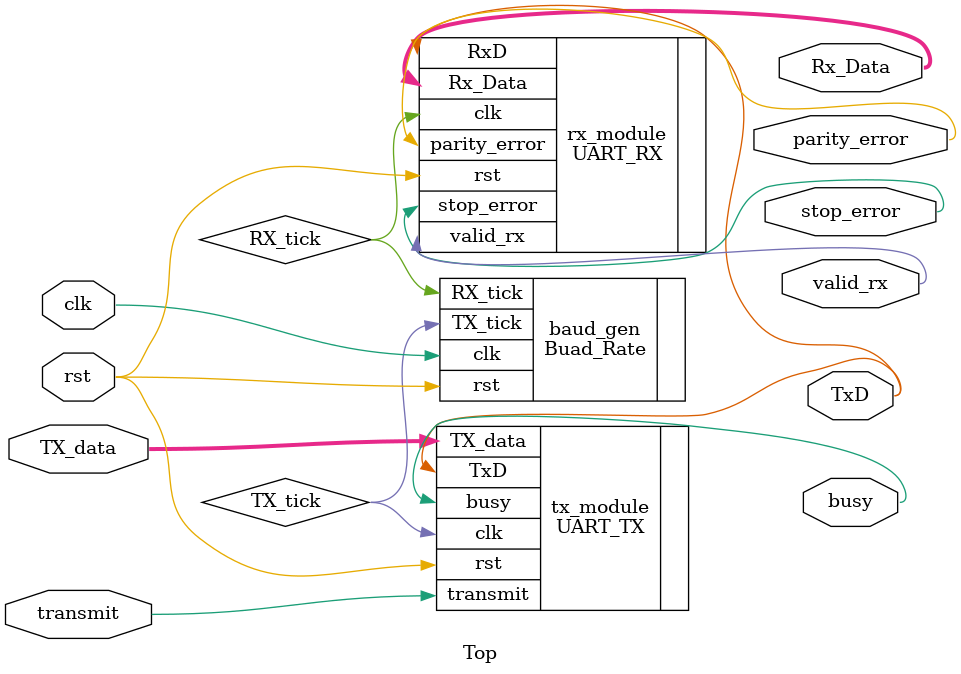
<source format=v>
module Top (clk,rst,TX_data,transmit,TxD,Rx_Data,busy,valid_rx,parity_error,stop_error);

	input clk,rst,transmit;          
    input [7:0] TX_data; 
    output TxD,busy,valid_rx,parity_error,stop_error; 
    output [7:0] Rx_Data; 

    wire RX_tick, TX_tick;
    wire RxD;

    // Baud Rate Generator
    Buad_Rate #(.CLK_FREQ(50_000_000),.BUAD_RATE(9600)) baud_gen (.clk(clk),.rst(rst),.RX_tick(RX_tick),.TX_tick(TX_tick));

    // Transmitter
    UART_TX #(.D_WIDTH(8)) tx_module (.clk(TX_tick),.rst(rst),.TX_data(TX_data),.transmit(transmit),.busy(busy),.TxD(TxD));

    // Receiver
    UART_RX #(.WIDTH(8)) rx_module (.clk(RX_tick),.rst(rst),.RxD(TxD),.Rx_Data(Rx_Data),
    	      .valid_rx(valid_rx),.parity_error(parity_error),.stop_error(stop_error));

endmodule
</source>
